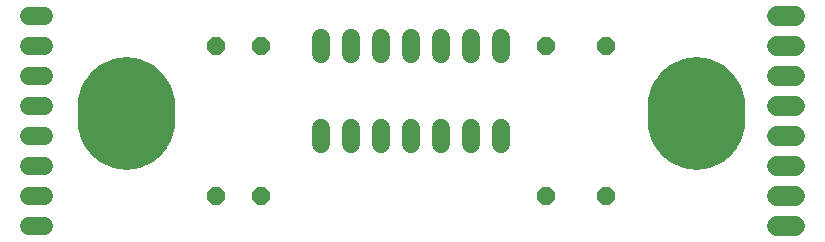
<source format=gbr>
G04 EAGLE Gerber X2 export*
G04 #@! %TF.Part,Single*
G04 #@! %TF.FileFunction,Soldermask,Top,1*
G04 #@! %TF.FilePolarity,Negative*
G04 #@! %TF.GenerationSoftware,Autodesk,EAGLE,9.0.0*
G04 #@! %TF.CreationDate,2019-08-08T19:16:13Z*
G75*
%MOMM*%
%FSLAX34Y34*%
%LPD*%
%AMOC8*
5,1,8,0,0,1.08239X$1,22.5*%
G01*
%ADD10C,1.524000*%
%ADD11P,1.649562X8X112.500000*%
%ADD12P,1.649562X8X292.500000*%
%ADD13C,1.727200*%

G36*
X653340Y60848D02*
X653340Y60848D01*
X653687Y60902D01*
X653770Y60910D01*
X659082Y62066D01*
X659418Y62168D01*
X659499Y62188D01*
X664592Y64088D01*
X664911Y64237D01*
X664988Y64269D01*
X669759Y66874D01*
X670053Y67067D01*
X670125Y67109D01*
X674476Y70366D01*
X674740Y70600D01*
X674805Y70651D01*
X678649Y74495D01*
X678876Y74763D01*
X678934Y74824D01*
X682191Y79175D01*
X682378Y79473D01*
X682426Y79541D01*
X685031Y84312D01*
X685175Y84634D01*
X685212Y84708D01*
X687112Y89801D01*
X687175Y90026D01*
X687203Y90100D01*
X687215Y90161D01*
X687234Y90218D01*
X688390Y95530D01*
X688437Y95879D01*
X688452Y95960D01*
X688840Y101383D01*
X688838Y101519D01*
X688847Y101600D01*
X688847Y114300D01*
X688836Y114436D01*
X688840Y114517D01*
X688452Y119940D01*
X688398Y120287D01*
X688390Y120370D01*
X687234Y125682D01*
X687132Y126018D01*
X687112Y126099D01*
X685212Y131192D01*
X685063Y131511D01*
X685031Y131588D01*
X682426Y136359D01*
X682233Y136653D01*
X682191Y136725D01*
X678934Y141076D01*
X678700Y141340D01*
X678649Y141405D01*
X674805Y145249D01*
X674537Y145476D01*
X674476Y145534D01*
X670125Y148791D01*
X669827Y148978D01*
X669759Y149026D01*
X664988Y151631D01*
X664666Y151775D01*
X664592Y151812D01*
X659499Y153712D01*
X659161Y153808D01*
X659082Y153834D01*
X653770Y154990D01*
X653421Y155037D01*
X653340Y155052D01*
X647917Y155440D01*
X647566Y155436D01*
X647483Y155440D01*
X642060Y155052D01*
X641713Y154998D01*
X641630Y154990D01*
X636318Y153834D01*
X635982Y153732D01*
X635901Y153712D01*
X630808Y151812D01*
X630489Y151663D01*
X630412Y151631D01*
X625641Y149026D01*
X625347Y148833D01*
X625275Y148791D01*
X620924Y145534D01*
X620660Y145300D01*
X620595Y145249D01*
X616751Y141405D01*
X616524Y141137D01*
X616466Y141076D01*
X613209Y136725D01*
X613022Y136427D01*
X612974Y136359D01*
X610369Y131588D01*
X610225Y131266D01*
X610188Y131192D01*
X608288Y126099D01*
X608192Y125761D01*
X608166Y125682D01*
X607010Y120370D01*
X606964Y120021D01*
X606948Y119940D01*
X606561Y114517D01*
X606562Y114381D01*
X606553Y114300D01*
X606553Y101600D01*
X606564Y101464D01*
X606561Y101383D01*
X606948Y95960D01*
X607002Y95613D01*
X607010Y95530D01*
X608166Y90218D01*
X608268Y89882D01*
X608288Y89801D01*
X610188Y84708D01*
X610337Y84389D01*
X610369Y84312D01*
X612974Y79541D01*
X613167Y79247D01*
X613209Y79175D01*
X616466Y74824D01*
X616700Y74560D01*
X616751Y74495D01*
X620595Y70651D01*
X620863Y70424D01*
X620924Y70366D01*
X625275Y67109D01*
X625410Y67024D01*
X625451Y66994D01*
X625484Y66977D01*
X625573Y66922D01*
X625641Y66874D01*
X630412Y64269D01*
X630734Y64125D01*
X630808Y64088D01*
X635901Y62188D01*
X636239Y62092D01*
X636318Y62066D01*
X641630Y60910D01*
X641979Y60864D01*
X642060Y60848D01*
X647483Y60461D01*
X647834Y60464D01*
X647917Y60461D01*
X653340Y60848D01*
G37*
G36*
X170740Y60848D02*
X170740Y60848D01*
X171087Y60902D01*
X171170Y60910D01*
X176482Y62066D01*
X176818Y62168D01*
X176899Y62188D01*
X181992Y64088D01*
X182311Y64237D01*
X182388Y64269D01*
X187159Y66874D01*
X187453Y67067D01*
X187525Y67109D01*
X191876Y70366D01*
X192140Y70600D01*
X192205Y70651D01*
X196049Y74495D01*
X196276Y74763D01*
X196334Y74824D01*
X199591Y79175D01*
X199778Y79473D01*
X199826Y79541D01*
X202431Y84312D01*
X202575Y84634D01*
X202612Y84708D01*
X204512Y89801D01*
X204575Y90026D01*
X204603Y90100D01*
X204615Y90161D01*
X204634Y90218D01*
X205790Y95530D01*
X205837Y95879D01*
X205852Y95960D01*
X206240Y101383D01*
X206238Y101519D01*
X206247Y101600D01*
X206247Y114300D01*
X206236Y114436D01*
X206240Y114517D01*
X205852Y119940D01*
X205798Y120287D01*
X205790Y120370D01*
X204634Y125682D01*
X204532Y126018D01*
X204512Y126099D01*
X202612Y131192D01*
X202463Y131511D01*
X202431Y131588D01*
X199826Y136359D01*
X199633Y136653D01*
X199591Y136725D01*
X196334Y141076D01*
X196100Y141340D01*
X196049Y141405D01*
X192205Y145249D01*
X191937Y145476D01*
X191876Y145534D01*
X187525Y148791D01*
X187227Y148978D01*
X187159Y149026D01*
X182388Y151631D01*
X182066Y151775D01*
X181992Y151812D01*
X176899Y153712D01*
X176561Y153808D01*
X176482Y153834D01*
X171170Y154990D01*
X170821Y155037D01*
X170740Y155052D01*
X165317Y155440D01*
X164966Y155436D01*
X164883Y155440D01*
X159460Y155052D01*
X159113Y154998D01*
X159030Y154990D01*
X153718Y153834D01*
X153382Y153732D01*
X153301Y153712D01*
X148208Y151812D01*
X147889Y151663D01*
X147812Y151631D01*
X143041Y149026D01*
X142747Y148833D01*
X142675Y148791D01*
X138324Y145534D01*
X138060Y145300D01*
X137995Y145249D01*
X134151Y141405D01*
X133924Y141137D01*
X133866Y141076D01*
X130609Y136725D01*
X130422Y136427D01*
X130374Y136359D01*
X127769Y131588D01*
X127625Y131266D01*
X127588Y131192D01*
X125688Y126099D01*
X125592Y125761D01*
X125566Y125682D01*
X124410Y120370D01*
X124364Y120021D01*
X124348Y119940D01*
X123961Y114517D01*
X123962Y114381D01*
X123953Y114300D01*
X123953Y101600D01*
X123964Y101464D01*
X123961Y101383D01*
X124348Y95960D01*
X124402Y95613D01*
X124410Y95530D01*
X125566Y90218D01*
X125668Y89882D01*
X125688Y89801D01*
X127588Y84708D01*
X127737Y84389D01*
X127769Y84312D01*
X130374Y79541D01*
X130567Y79247D01*
X130609Y79175D01*
X133866Y74824D01*
X134100Y74560D01*
X134151Y74495D01*
X137995Y70651D01*
X138263Y70424D01*
X138324Y70366D01*
X142675Y67109D01*
X142810Y67024D01*
X142851Y66994D01*
X142884Y66977D01*
X142973Y66922D01*
X143041Y66874D01*
X147812Y64269D01*
X148134Y64125D01*
X148208Y64088D01*
X153301Y62188D01*
X153639Y62092D01*
X153718Y62066D01*
X159030Y60910D01*
X159379Y60864D01*
X159460Y60848D01*
X164883Y60461D01*
X165234Y60464D01*
X165317Y60461D01*
X170740Y60848D01*
G37*
D10*
X330200Y82296D02*
X330200Y95504D01*
X355600Y95504D02*
X355600Y82296D01*
X482600Y82296D02*
X482600Y95504D01*
X482600Y158496D02*
X482600Y171704D01*
X381000Y95504D02*
X381000Y82296D01*
X406400Y82296D02*
X406400Y95504D01*
X457200Y95504D02*
X457200Y82296D01*
X431800Y82296D02*
X431800Y95504D01*
X457200Y158496D02*
X457200Y171704D01*
X431800Y171704D02*
X431800Y158496D01*
X406400Y158496D02*
X406400Y171704D01*
X381000Y171704D02*
X381000Y158496D01*
X355600Y158496D02*
X355600Y171704D01*
X330200Y171704D02*
X330200Y158496D01*
D11*
X279400Y38100D03*
X279400Y165100D03*
D12*
X241300Y165100D03*
X241300Y38100D03*
D11*
X520700Y38100D03*
X520700Y165100D03*
D12*
X571500Y165100D03*
X571500Y38100D03*
D10*
X95504Y190500D02*
X82296Y190500D01*
X82296Y165100D02*
X95504Y165100D01*
X95504Y139700D02*
X82296Y139700D01*
X82296Y114300D02*
X95504Y114300D01*
X95504Y88900D02*
X82296Y88900D01*
X82296Y63500D02*
X95504Y63500D01*
X95504Y38100D02*
X82296Y38100D01*
X82296Y12700D02*
X95504Y12700D01*
D13*
X716280Y12700D02*
X731520Y12700D01*
X731520Y38100D02*
X716280Y38100D01*
X716280Y63500D02*
X731520Y63500D01*
X731520Y88900D02*
X716280Y88900D01*
X716280Y114300D02*
X731520Y114300D01*
X731520Y139700D02*
X716280Y139700D01*
X716280Y165100D02*
X731520Y165100D01*
X731520Y190500D02*
X716280Y190500D01*
M02*

</source>
